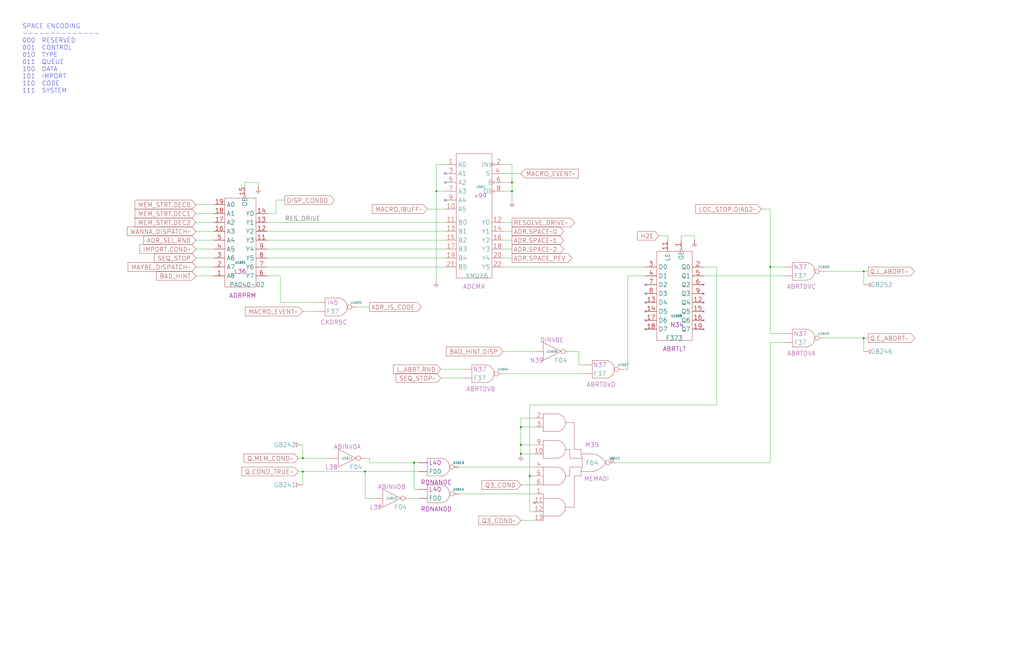
<source format=kicad_sch>
(kicad_sch (version 20230121) (generator eeschema)
  (paper "User" 584.2 378.46)
  (title_block (title "ADDRESS LOGIC CONTROL") (date "22-MAY-90") (rev "1.0") (comment 1 "SEQUENCER") (comment 2 "232-003064") (comment 3 "S400") (comment 4 "RELEASED"))
  (lib_symbols
    (symbol "r1000:F00" (pin_numbers hide) (pin_names hide)
      (property "Reference" "U" (at 15.24 0 0))
      (property "Value" "F00" (at 1.905 -5.08 0))
      (property "Location" "___" (at 1.905 0 0))
      (property "Name" "______" (at 2.54 -12.7 0))
      (symbol "F00_0_1"
        (polyline (pts (xy -2.54 -7.62) (xy 5.08 -7.62)) (stroke (width 0.1524)))
        (polyline (pts (xy -2.54 2.54) (xy -2.54 -7.62)) (stroke (width 0.1524)))
        (polyline (pts (xy -2.54 2.54) (xy 5.08 2.54)) (stroke (width 0.1524)))
        (arc (start 5.08 -7.62) (mid 10.1282 -2.54) (end 5.08 2.54) (stroke (width 0.1524)))
        (circle (center 11.43 -2.54) (radius 1.27) (stroke (width 0.1524)))
      )
      (symbol "F00_0_2"
        (circle (center -3.81 -5.08) (radius 1.27) (stroke (width 0.1524)))
        (circle (center -3.81 0) (radius 1.27) (stroke (width 0.1524)))
        (arc (start -3.175 -7.62) (mid -2.134 -2.54) (end -3.175 2.54) (stroke (width 0.1524)))
        (polyline (pts (xy -3.175 -7.62) (xy 3.81 -7.62)) (stroke (width 0.1524)))
        (polyline (pts (xy -3.175 2.54) (xy 3.81 2.54)) (stroke (width 0.1524)))
        (arc (start 3.81 -7.62) (mid 7.5855 -5.8306) (end 10.16 -2.54) (stroke (width 0.1524)))
        (arc (start 10.16 -2.54) (mid 7.5827 0.7471) (end 3.81 2.54) (stroke (width 0.1524)))
      )
      (symbol "F00_1_1"
        (pin input line (at -7.62 0 0) (length 5.08) (name "D0") (number "1"))
        (pin input line (at -7.62 -5.08 0) (length 5.08) (name "D1") (number "2"))
        (pin output line (at 15.24 -2.54 180) (length 2.54) (name "Q") (number "3"))
      )
      (symbol "F00_1_2"
        (pin input line (at -7.62 0 0) (length 2.54) (name "D0") (number "1"))
        (pin input line (at -7.62 -5.08 0) (length 2.54) (name "D1") (number "2"))
        (pin output line (at 15.24 -2.54 180) (length 5.08) (name "Q") (number "3"))
      )
    )
    (symbol "r1000:F04" (pin_numbers hide) (pin_names hide)
      (property "Reference" "U" (at 0 0 0))
      (property "Value" "F04" (at 1.27 -5.08 0))
      (property "Location" "___" (at -12.7 -5.08 0))
      (property "Name" "______" (at 0 5.08 0))
      (symbol "F04_0_1"
        (polyline (pts (xy -7.62 0) (xy -5.08 0)) (stroke (width 0.1524)))
        (polyline (pts (xy -5.08 5.08) (xy -5.08 -5.08)) (stroke (width 0.1524)))
        (polyline (pts (xy 5.08 0) (xy -5.08 -5.08)) (stroke (width 0.1524)))
        (polyline (pts (xy 5.08 0) (xy -5.08 5.08)) (stroke (width 0.1524)))
        (circle (center 6.35 0) (radius 1.27) (stroke (width 0.1524)))
      )
      (symbol "F04_1_1"
        (pin input line (at -10.16 0 0) (length 2.54) (name "D0") (number "1"))
        (pin output line (at 10.16 0 180) (length 2.54) (name "Q") (number "2"))
      )
    )
    (symbol "r1000:F37" (pin_numbers hide) (pin_names (offset 0) hide)
      (property "Reference" "U" (at 15.24 0 0))
      (property "Value" "F37" (at 1.905 -5.08 0))
      (property "Location" "___" (at 1.905 0 0))
      (property "Name" "______" (at 2.54 -12.7 0))
      (symbol "F37_0_1"
        (polyline (pts (xy -2.54 -7.62) (xy 5.08 -7.62)) (stroke (width 0.1524)))
        (polyline (pts (xy -2.54 2.54) (xy -2.54 -7.62)) (stroke (width 0.1524)))
        (polyline (pts (xy -2.54 2.54) (xy 5.08 2.54)) (stroke (width 0.1524)))
        (arc (start 5.08 -7.62) (mid 10.1282 -2.54) (end 5.08 2.54) (stroke (width 0.1524)))
        (circle (center 11.43 -2.54) (radius 1.27) (stroke (width 0.1524)))
      )
      (symbol "F37_0_2"
        (circle (center -3.81 -5.08) (radius 1.27) (stroke (width 0.1524)))
        (circle (center -3.81 0) (radius 1.27) (stroke (width 0.1524)))
        (arc (start -3.175 -7.62) (mid -2.134 -2.54) (end -3.175 2.54) (stroke (width 0.1524)))
        (polyline (pts (xy -3.175 -7.62) (xy 3.81 -7.62)) (stroke (width 0.1524)))
        (polyline (pts (xy -3.175 2.54) (xy 3.81 2.54)) (stroke (width 0.1524)))
        (arc (start 3.81 -7.62) (mid 7.5855 -5.8306) (end 10.16 -2.54) (stroke (width 0.1524)))
        (arc (start 10.16 -2.54) (mid 7.5827 0.7471) (end 3.81 2.54) (stroke (width 0.1524)))
      )
      (symbol "F37_1_1"
        (pin input line (at -7.62 0 0) (length 5.08) (name "D0") (number "1"))
        (pin input line (at -7.62 -5.08 0) (length 5.08) (name "D1") (number "2"))
        (pin output line (at 15.24 -2.54 180) (length 2.54) (name "Q") (number "3"))
      )
      (symbol "F37_1_2"
        (pin input line (at -7.62 0 0) (length 2.54) (name "D0") (number "1"))
        (pin input line (at -7.62 -5.08 0) (length 2.54) (name "D1") (number "2"))
        (pin output line (at 15.24 -2.54 180) (length 5.08) (name "Q") (number "3"))
      )
    )
    (symbol "r1000:F373" (pin_names (offset 1.016))
      (property "Reference" "U" (at 2.54 5.08 0))
      (property "Value" "F373" (at -3.81 -7.62 0))
      (property "Location" "___" (at -1.27 0 0))
      (property "Name" "______" (at 1.27 -15.24 0))
      (symbol "F373_1_1"
        (rectangle (start -8.89 41.91) (end 11.43 -8.89))
        (circle (center 5.08 42.545) (radius 0.635))
        (pin input line (at 5.08 48.26 270) (length 5.08) (name "OE") (number "1"))
        (pin input line (at -2.54 48.26 270) (length 6.35) (name "LE") (number "11"))
        (pin tri_state line (at 17.78 12.7 180) (length 6.35) (name "Q4") (number "12"))
        (pin input line (at -15.24 12.7 0) (length 6.35) (name "D4") (number "13"))
        (pin input line (at -15.24 7.62 0) (length 6.35) (name "D5") (number "14"))
        (pin tri_state line (at 17.78 7.62 180) (length 6.35) (name "Q5") (number "15"))
        (pin tri_state line (at 17.78 2.54 180) (length 6.35) (name "Q6") (number "16"))
        (pin input line (at -15.24 2.54 0) (length 6.35) (name "D6") (number "17"))
        (pin input line (at -15.24 -2.54 0) (length 6.35) (name "D7") (number "18"))
        (pin tri_state line (at 17.78 -2.54 180) (length 6.35) (name "Q7") (number "19"))
        (pin tri_state line (at 17.78 33.02 180) (length 6.35) (name "Q0") (number "2"))
        (pin input line (at -15.24 33.02 0) (length 6.35) (name "D0") (number "3"))
        (pin input line (at -15.24 27.94 0) (length 6.35) (name "D1") (number "4"))
        (pin tri_state line (at 17.78 27.94 180) (length 6.35) (name "Q1") (number "5"))
        (pin tri_state line (at 17.78 22.86 180) (length 6.35) (name "Q2") (number "6"))
        (pin input line (at -15.24 22.86 0) (length 6.35) (name "D2") (number "7"))
        (pin input line (at -15.24 17.78 0) (length 6.35) (name "D3") (number "8"))
        (pin tri_state line (at 17.78 17.78 180) (length 6.35) (name "Q3") (number "9"))
      )
    )
    (symbol "r1000:F64" (pin_names hide)
      (property "Reference" "U" (at 15.24 2.54 0))
      (property "Value" "F64" (at 2.54 0 0))
      (property "Location" "___" (at 2.54 10.16 0))
      (property "Name" "______" (at 5.08 -10.62 0))
      (symbol "F64_0_0"
        (arc (start -17.78 -30.48) (mid -14.1879 -28.9921) (end -12.7 -25.4) (stroke (width 0.1524)))
        (arc (start -17.78 -12.7) (mid -14.1879 -11.2121) (end -12.7 -7.62) (stroke (width 0.1524)))
        (arc (start -17.78 2.54) (mid -14.1879 4.0279) (end -12.7 7.62) (stroke (width 0.1524)))
        (arc (start -17.78 17.78) (mid -14.1879 19.2679) (end -12.7 22.86) (stroke (width 0.1524)))
        (arc (start -12.7 -25.4) (mid -14.1879 -21.8079) (end -17.78 -20.32) (stroke (width 0.1524)))
        (arc (start -12.7 -7.62) (mid -14.1879 -4.0279) (end -17.78 -2.54) (stroke (width 0.1524)))
        (arc (start -12.7 7.62) (mid -14.1879 11.2121) (end -17.78 12.7) (stroke (width 0.1524)))
        (arc (start -12.7 22.86) (mid -14.1879 26.4521) (end -17.78 27.94) (stroke (width 0.1524)))
        (arc (start -3.8173 -5.08) (mid -2.9926 0) (end -3.8173 5.08) (stroke (width 0.1524)))
        (polyline (pts (xy -25.4 -30.48) (xy -17.78 -30.48)) (stroke (width 0.1524)))
        (polyline (pts (xy -25.4 -20.32) (xy -17.78 -20.32)) (stroke (width 0.1524)))
        (polyline (pts (xy -25.4 -12.7) (xy -17.78 -12.7)) (stroke (width 0.1524)))
        (polyline (pts (xy -25.4 -2.54) (xy -17.78 -2.54)) (stroke (width 0.1524)))
        (polyline (pts (xy -25.4 2.54) (xy -17.78 2.54)) (stroke (width 0.1524)))
        (polyline (pts (xy -25.4 12.7) (xy -17.78 12.7)) (stroke (width 0.1524)))
        (polyline (pts (xy -25.4 17.78) (xy -17.78 17.78)) (stroke (width 0.1524)))
        (polyline (pts (xy -25.4 27.94) (xy -17.78 27.94)) (stroke (width 0.1524)))
        (polyline (pts (xy -3.81 -5.08) (xy 2.54 -5.08)) (stroke (width 0.1524)))
        (polyline (pts (xy -3.81 5.08) (xy 2.54 5.08)) (stroke (width 0.1524)))
        (arc (start 2.54 -5.08) (mid 6.9504 -3.4405) (end 10.16 0) (stroke (width 0.1524)))
        (arc (start 10.16 0) (mid 6.9516 3.4424) (end 2.54 5.08) (stroke (width 0.1524)))
        (circle (center 11.43 0) (radius 1.27) (stroke (width 0.1524)))
      )
      (symbol "F64_0_1"
        (polyline (pts (xy -25.4 -33.02) (xy -25.4 -30.48)) (stroke (width 0.1524)))
        (polyline (pts (xy -25.4 -20.32) (xy -25.4 -30.48)) (stroke (width 0.1524)))
        (polyline (pts (xy -25.4 -17.78) (xy -25.4 -20.32)) (stroke (width 0.1524)))
        (polyline (pts (xy -25.4 -2.54) (xy -25.4 -12.7)) (stroke (width 0.1524)))
        (polyline (pts (xy -25.4 12.7) (xy -25.4 2.54)) (stroke (width 0.1524)))
        (polyline (pts (xy -25.4 27.94) (xy -25.4 17.78)) (stroke (width 0.1524)))
        (polyline (pts (xy -12.7 -7.62) (xy -12.7 -7.62)) (stroke (width 0.1524)))
        (polyline (pts (xy -5.08 -2.54) (xy -3.175 -2.54)) (stroke (width 0.1524)))
        (polyline (pts (xy -5.08 2.54) (xy -3.175 2.54)) (stroke (width 0.1524)))
        (polyline (pts (xy -12.7 -7.62) (xy -10.16 -7.62) (xy -10.16 -2.54) (xy -5.08 -2.54)) (stroke (width 0.1524)))
        (polyline (pts (xy -12.7 7.62) (xy -10.16 7.62) (xy -10.16 2.54) (xy -5.08 2.54)) (stroke (width 0.1524)))
        (polyline (pts (xy -3.81 -5.08) (xy -3.81 -7.62) (xy -7.62 -7.62) (xy -7.62 -25.4) (xy -12.7 -25.4)) (stroke (width 0.1524)))
        (polyline (pts (xy -3.81 5.08) (xy -3.81 7.62) (xy -7.62 7.62) (xy -7.62 22.86) (xy -12.7 22.86)) (stroke (width 0.1524)))
      )
      (symbol "F64_1_1"
        (pin input line (at -30.48 -17.78 0) (length 5.08) (name "D0") (number "1"))
        (pin input line (at -30.48 5.08 0) (length 5.08) (name "B1") (number "10"))
        (pin input line (at -30.48 -22.86 0) (length 5.08) (name "D1") (number "11"))
        (pin input line (at -30.48 -27.94 0) (length 5.08) (name "D2") (number "12"))
        (pin input line (at -30.48 -33.02 0) (length 5.08) (name "D3") (number "13"))
        (pin input line (at -30.48 25.4 0) (length 5.08) (name "A0") (number "2"))
        (pin input line (at -30.48 20.32 0) (length 5.08) (name "A1") (number "3"))
        (pin input line (at -30.48 -2.54 0) (length 5.08) (name "C0") (number "4"))
        (pin input line (at -30.48 -7.62 0) (length 5.08) (name "C1") (number "5"))
        (pin input line (at -30.48 -12.7 0) (length 5.08) (name "C2") (number "6"))
        (pin output line (at 15.24 0 180) (length 2.54) (name "Q") (number "8"))
        (pin input line (at -30.48 10.16 0) (length 5.08) (name "B0") (number "9"))
      )
    )
    (symbol "r1000:GB" (pin_numbers hide) (pin_names (offset 0) hide)
      (property "Reference" "GB" (at 3.81 0 0))
      (symbol "GB_0_1"
        (polyline (pts (xy 2.54 0) (xy 3.81 1.27) (xy 3.81 -1.27) (xy 2.54 0)) (stroke (width 0.1524)))
      )
      (symbol "GB_1_1"
        (pin bidirectional line (at 0 0 0) (length 2.54) (name "") (number "1"))
      )
    )
    (symbol "r1000:PAxxx" (pin_names (offset 1.016))
      (property "Reference" "U" (at 2.54 5.08 0))
      (property "Value" "PAxxx" (at -3.81 -7.62 0))
      (property "Location" "___" (at -1.27 0 0))
      (property "Name" "______" (at 3.81 -15.24 0))
      (symbol "PAxxx_1_1"
        (rectangle (start -6.35 41.91) (end 11.43 -8.89))
        (circle (center 5.08 42.545) (radius 0.635))
        (pin input line (at -12.7 -2.54 0) (length 6.35) (name "A8") (number "1"))
        (pin tri_state line (at 17.78 17.78 180) (length 6.35) (name "Y3") (number "11"))
        (pin tri_state line (at 17.78 22.86 180) (length 6.35) (name "Y2") (number "12"))
        (pin tri_state line (at 17.78 27.94 180) (length 6.35) (name "Y1") (number "13"))
        (pin tri_state line (at 17.78 33.02 180) (length 6.35) (name "Y0") (number "14"))
        (pin input line (at 5.08 48.26 270) (length 5.08) (name "OE") (number "15"))
        (pin input line (at -12.7 22.86 0) (length 6.35) (name "A3") (number "16"))
        (pin input line (at -12.7 27.94 0) (length 6.35) (name "A2") (number "17"))
        (pin input line (at -12.7 33.02 0) (length 6.35) (name "A1") (number "18"))
        (pin input line (at -12.7 38.1 0) (length 6.35) (name "A0") (number "19"))
        (pin input line (at -12.7 2.54 0) (length 6.35) (name "A7") (number "2"))
        (pin input line (at -12.7 7.62 0) (length 6.35) (name "A6") (number "3"))
        (pin input line (at -12.7 12.7 0) (length 6.35) (name "A5") (number "4"))
        (pin input line (at -12.7 17.78 0) (length 6.35) (name "A4") (number "5"))
        (pin tri_state line (at 17.78 -2.54 180) (length 6.35) (name "Y7") (number "6"))
        (pin tri_state line (at 17.78 2.54 180) (length 6.35) (name "Y6") (number "7"))
        (pin tri_state line (at 17.78 7.62 180) (length 6.35) (name "Y5") (number "8"))
        (pin tri_state line (at 17.78 12.7 180) (length 6.35) (name "Y4") (number "9"))
      )
    )
    (symbol "r1000:PD" (power) (pin_numbers hide) (pin_names hide) (in_bom no)
      (symbol "PD_0_1"
        (polyline (pts (xy 0 -2.54) (xy 1.27 -2.54) (xy 0 -3.81) (xy -1.27 -2.54) (xy 0 -2.54)) (stroke (width 0.1524)))
      )
      (symbol "PD_1_1"
        (pin power_in line (at 0 0 270) (length 2.54) (name "PD") (number "1"))
      )
    )
    (symbol "r1000:XMUX6" (pin_names (offset 1.016))
      (property "Reference" "U" (at 2.54 5.08 0))
      (property "Value" "XMUX6" (at -6.35 -45.72 0))
      (property "Location" "___" (at -1.27 0 0))
      (property "Name" "______" (at -1.27 -53.34 0))
      (symbol "XMUX6_1_1"
        (rectangle (start -11.43 24.13) (end 8.89 -46.99))
        (circle (center 9.525 2.54) (radius 0.635))
        (circle (center 9.525 7.62) (radius 0.635))
        (circle (center 9.525 17.78) (radius 0.635))
        (pin input line (at -17.78 17.78 0) (length 6.35) (name "A0") (number "1"))
        (pin input line (at -17.78 -7.62 0) (length 6.35) (name "A5") (number "10"))
        (pin input line (at -17.78 -15.24 0) (length 6.35) (name "B0") (number "11"))
        (pin tri_state line (at 15.24 -15.24 180) (length 6.35) (name "Y0") (number "12"))
        (pin input line (at -17.78 -20.32 0) (length 6.35) (name "B1") (number "13"))
        (pin tri_state line (at 15.24 -20.32 180) (length 6.35) (name "Y1") (number "14"))
        (pin input line (at -17.78 -25.4 0) (length 6.35) (name "B2") (number "15"))
        (pin tri_state line (at 15.24 -25.4 180) (length 6.35) (name "Y2") (number "16"))
        (pin input line (at -17.78 -30.48 0) (length 6.35) (name "B3") (number "17"))
        (pin tri_state line (at 15.24 -30.48 180) (length 6.35) (name "Y3") (number "18"))
        (pin input line (at -17.78 -35.56 0) (length 6.35) (name "B4") (number "19"))
        (pin input line (at 15.24 17.78 180) (length 5.08) (name "INV") (number "2"))
        (pin tri_state line (at 15.24 -35.56 180) (length 6.35) (name "Y4") (number "20"))
        (pin input line (at -17.78 -40.64 0) (length 6.35) (name "B5") (number "21"))
        (pin tri_state line (at 15.24 -40.64 180) (length 6.35) (name "Y5") (number "22"))
        (pin input line (at -17.78 12.7 0) (length 6.35) (name "A1") (number "3"))
        (pin input line (at 15.24 12.7 180) (length 6.35) (name "S") (number "4"))
        (pin input line (at -17.78 7.62 0) (length 6.35) (name "A2") (number "5"))
        (pin input line (at 15.24 7.62 180) (length 5.08) (name "E") (number "6"))
        (pin input line (at -17.78 2.54 0) (length 6.35) (name "A3") (number "7"))
        (pin input line (at 15.24 2.54 180) (length 5.08) (name "OE") (number "8"))
        (pin input line (at -17.78 -2.54 0) (length 6.35) (name "A4") (number "9"))
      )
    )
  )
  (junction (at 297.18 254))
  (junction (at 172.72 261.62))
  (junction (at 208.28 269.24))
  (junction (at 248.92 109.22))
  (junction (at 297.18 243.84))
  (junction (at 172.72 269.24))
  (junction (at 236.22 264.16))
  (junction (at 292.1 109.22))
  (junction (at 439.42 152.4))
  (junction (at 302.26 271.78))
  (junction (at 492.76 154.94))
  (junction (at 297.18 259.08))
  (junction (at 292.1 104.14))
  (junction (at 492.76 193.04))
  (no_connect (at 254 99.06))
  (no_connect (at 401.32 167.64))
  (no_connect (at 368.3 172.72))
  (no_connect (at 254 114.3))
  (no_connect (at 254 104.14))
  (no_connect (at 368.3 167.64))
  (no_connect (at 401.32 182.88))
  (no_connect (at 368.3 177.8))
  (no_connect (at 401.32 187.96))
  (no_connect (at 401.32 177.8))
  (no_connect (at 368.3 187.96))
  (no_connect (at 401.32 162.56))
  (no_connect (at 304.8 287.02))
  (no_connect (at 401.32 172.72))
  (no_connect (at 368.3 162.56))
  (no_connect (at 368.3 182.88))
  (wire (pts (xy 152.4 142.24) (xy 254 142.24)))
  (wire (pts (xy 208.28 269.24) (xy 238.76 269.24)))
  (wire (pts (xy 261.62 281.94) (xy 304.8 281.94)))
  (wire (pts (xy 292.1 93.98) (xy 287.02 93.98)))
  (wire (pts (xy 287.02 200.66) (xy 304.8 200.66)))
  (wire (pts (xy 210.82 261.62) (xy 210.82 264.16)))
  (wire (pts (xy 302.26 231.14) (xy 302.26 271.78)))
  (wire (pts (xy 292.1 109.22) (xy 292.1 104.14)))
  (wire (pts (xy 147.32 104.14) (xy 139.7 104.14)))
  (wire (pts (xy 439.42 152.4) (xy 447.04 152.4)))
  (wire (pts (xy 358.14 157.48) (xy 368.3 157.48)))
  (wire (pts (xy 287.02 137.16) (xy 292.1 137.16)))
  (wire (pts (xy 152.4 137.16) (xy 254 137.16)))
  (wire (pts (xy 401.32 152.4) (xy 408.94 152.4)))
  (wire (pts (xy 170.18 261.62) (xy 172.72 261.62)))
  (wire (pts (xy 439.42 190.5) (xy 439.42 152.4)))
  (wire (pts (xy 160.02 157.48) (xy 160.02 172.72)))
  (wire (pts (xy 381 134.62) (xy 381 137.16)))
  (wire (pts (xy 152.4 152.4) (xy 254 152.4)))
  (wire (pts (xy 355.6 210.82) (xy 358.14 210.82)))
  (wire (pts (xy 396.24 134.62) (xy 396.24 137.16)))
  (wire (pts (xy 170.18 269.24) (xy 172.72 269.24)))
  (wire (pts (xy 111.76 142.24) (xy 121.92 142.24)))
  (wire (pts (xy 152.4 157.48) (xy 160.02 157.48)))
  (wire (pts (xy 287.02 109.22) (xy 292.1 109.22)))
  (wire (pts (xy 233.68 284.48) (xy 238.76 284.48)))
  (wire (pts (xy 325.12 200.66) (xy 330.2 200.66)))
  (wire (pts (xy 358.14 210.82) (xy 358.14 157.48)))
  (wire (pts (xy 111.76 121.92) (xy 121.92 121.92)))
  (wire (pts (xy 408.94 152.4) (xy 408.94 231.14)))
  (wire (pts (xy 287.02 213.36) (xy 332.74 213.36)))
  (wire (pts (xy 492.76 154.94) (xy 492.76 162.56)))
  (wire (pts (xy 152.4 127) (xy 254 127)))
  (wire (pts (xy 111.76 132.08) (xy 121.92 132.08)))
  (wire (pts (xy 152.4 147.32) (xy 254 147.32)))
  (wire (pts (xy 248.92 93.98) (xy 254 93.98)))
  (wire (pts (xy 208.28 261.62) (xy 210.82 261.62)))
  (wire (pts (xy 139.7 104.14) (xy 139.7 106.68)))
  (wire (pts (xy 297.18 276.86) (xy 304.8 276.86)))
  (wire (pts (xy 375.92 134.62) (xy 381 134.62)))
  (wire (pts (xy 492.76 154.94) (xy 495.3 154.94)))
  (wire (pts (xy 287.02 132.08) (xy 292.1 132.08)))
  (wire (pts (xy 157.48 121.92) (xy 157.48 114.3)))
  (wire (pts (xy 388.62 134.62) (xy 388.62 137.16)))
  (wire (pts (xy 210.82 264.16) (xy 236.22 264.16)))
  (wire (pts (xy 172.72 177.8) (xy 180.34 177.8)))
  (wire (pts (xy 248.92 160.02) (xy 248.92 109.22)))
  (wire (pts (xy 297.18 238.76) (xy 297.18 243.84)))
  (wire (pts (xy 111.76 116.84) (xy 121.92 116.84)))
  (wire (pts (xy 172.72 254) (xy 172.72 261.62)))
  (wire (pts (xy 236.22 264.16) (xy 238.76 264.16)))
  (wire (pts (xy 287.02 152.4) (xy 368.3 152.4)))
  (wire (pts (xy 434.34 119.38) (xy 439.42 119.38)))
  (wire (pts (xy 287.02 142.24) (xy 292.1 142.24)))
  (wire (pts (xy 248.92 109.22) (xy 254 109.22)))
  (wire (pts (xy 243.84 119.38) (xy 254 119.38)))
  (wire (pts (xy 396.24 134.62) (xy 388.62 134.62)))
  (wire (pts (xy 248.92 93.98) (xy 248.92 109.22)))
  (wire (pts (xy 111.76 152.4) (xy 121.92 152.4)))
  (wire (pts (xy 287.02 104.14) (xy 292.1 104.14)))
  (wire (pts (xy 447.04 190.5) (xy 439.42 190.5)))
  (wire (pts (xy 203.2 175.26) (xy 210.82 175.26)))
  (wire (pts (xy 297.18 254) (xy 297.18 259.08)))
  (wire (pts (xy 287.02 127) (xy 292.1 127)))
  (wire (pts (xy 302.26 292.1) (xy 304.8 292.1)))
  (wire (pts (xy 297.18 297.18) (xy 304.8 297.18)))
  (wire (pts (xy 152.4 121.92) (xy 157.48 121.92)))
  (wire (pts (xy 492.76 193.04) (xy 492.76 200.66)))
  (wire (pts (xy 157.48 114.3) (xy 162.56 114.3)))
  (wire (pts (xy 408.94 231.14) (xy 302.26 231.14)))
  (wire (pts (xy 172.72 269.24) (xy 208.28 269.24)))
  (wire (pts (xy 302.26 271.78) (xy 304.8 271.78)))
  (wire (pts (xy 350.52 264.16) (xy 439.42 264.16)))
  (wire (pts (xy 160.02 172.72) (xy 180.34 172.72)))
  (wire (pts (xy 172.72 269.24) (xy 172.72 276.86)))
  (wire (pts (xy 492.76 193.04) (xy 495.3 193.04)))
  (wire (pts (xy 469.9 154.94) (xy 492.76 154.94)))
  (wire (pts (xy 439.42 195.58) (xy 447.04 195.58)))
  (wire (pts (xy 251.46 210.82) (xy 264.16 210.82)))
  (wire (pts (xy 111.76 157.48) (xy 121.92 157.48)))
  (wire (pts (xy 304.8 238.76) (xy 297.18 238.76)))
  (wire (pts (xy 236.22 279.4) (xy 236.22 264.16)))
  (wire (pts (xy 330.2 200.66) (xy 330.2 208.28)))
  (wire (pts (xy 152.4 132.08) (xy 254 132.08)))
  (wire (pts (xy 111.76 127) (xy 121.92 127)))
  (wire (pts (xy 469.9 193.04) (xy 492.76 193.04)))
  (wire (pts (xy 208.28 284.48) (xy 213.36 284.48)))
  (wire (pts (xy 292.1 114.3) (xy 292.1 109.22)))
  (wire (pts (xy 238.76 279.4) (xy 236.22 279.4)))
  (wire (pts (xy 261.62 266.7) (xy 304.8 266.7)))
  (wire (pts (xy 292.1 104.14) (xy 292.1 93.98)))
  (wire (pts (xy 147.32 104.14) (xy 147.32 106.68)))
  (wire (pts (xy 439.42 264.16) (xy 439.42 195.58)))
  (wire (pts (xy 297.18 243.84) (xy 297.18 254)))
  (wire (pts (xy 111.76 137.16) (xy 121.92 137.16)))
  (wire (pts (xy 172.72 261.62) (xy 187.96 261.62)))
  (wire (pts (xy 297.18 254) (xy 304.8 254)))
  (wire (pts (xy 287.02 147.32) (xy 292.1 147.32)))
  (wire (pts (xy 401.32 157.48) (xy 447.04 157.48)))
  (wire (pts (xy 302.26 271.78) (xy 302.26 292.1)))
  (wire (pts (xy 297.18 243.84) (xy 304.8 243.84)))
  (wire (pts (xy 208.28 269.24) (xy 208.28 284.48)))
  (wire (pts (xy 297.18 259.08) (xy 304.8 259.08)))
  (wire (pts (xy 330.2 208.28) (xy 332.74 208.28)))
  (wire (pts (xy 439.42 119.38) (xy 439.42 152.4)))
  (wire (pts (xy 287.02 99.06) (xy 297.18 99.06)))
  (wire (pts (xy 111.76 147.32) (xy 121.92 147.32)))
  (wire (pts (xy 251.46 215.9) (xy 264.16 215.9)))
  (text "SPACE ENCODING\n--------------\n000  RESERVED\n001  CONTROL\n010  TYPE\n011  QUEUE\n100  DATA\n101  IMPORT\n110  CODE\n111  SYSTEM" (at 12.7 53.34 0) (effects (font (size 2.54 2.54)) (justify left bottom)))
  (label "RES_DRIVE" (at 162.56 127 0) (effects (font (size 2.54 2.54))))
  (global_label "SEQ_STOP" (shape input) (at 111.76 147.32 180) (effects (font (size 2.54 2.54))) (property "Intersheetrefs" "${INTERSHEET_REFS}" (at 88.0654 147.1613 0) (effects (font (size 1.905 1.905)) (justify right))))
  (global_label "H2E" (shape input) (at 375.92 134.62 180) (effects (font (size 2.54 2.54))) (property "Intersheetrefs" "${INTERSHEET_REFS}" (at 363.7159 134.4613 0) (effects (font (size 1.905 1.905)) (justify right))))
  (global_label "MAYBE_DISPATCH~" (shape input) (at 111.76 152.4 180) (effects (font (size 2.54 2.54))) (property "Intersheetrefs" "${INTERSHEET_REFS}" (at 73.0673 152.2413 0) (effects (font (size 1.905 1.905)) (justify right))))
  (global_label "Q3_COND" (shape input) (at 297.18 276.86 180) (effects (font (size 2.54 2.54))) (property "Intersheetrefs" "${INTERSHEET_REFS}" (at 274.9369 276.7013 0) (effects (font (size 1.905 1.905)) (justify right))))
  (global_label "MEM_STRT.DEC1" (shape input) (at 111.76 121.92 180) (effects (font (size 2.54 2.54))) (property "Intersheetrefs" "${INTERSHEET_REFS}" (at 77.0588 121.7613 0) (effects (font (size 1.905 1.905)) (justify right))))
  (global_label "BAD_HINT" (shape input) (at 111.76 157.48 180) (effects (font (size 2.54 2.54))) (property "Intersheetrefs" "${INTERSHEET_REFS}" (at 89.275 157.3213 0) (effects (font (size 1.905 1.905)) (justify right))))
  (global_label "Q3_COND~" (shape input) (at 297.18 297.18 180) (effects (font (size 2.54 2.54))) (property "Intersheetrefs" "${INTERSHEET_REFS}" (at 273.1226 297.0213 0) (effects (font (size 1.905 1.905)) (justify right))))
  (global_label "MEM_STRT.DEC0" (shape input) (at 111.76 116.84 180) (effects (font (size 2.54 2.54))) (property "Intersheetrefs" "${INTERSHEET_REFS}" (at 77.0588 116.6813 0) (effects (font (size 1.905 1.905)) (justify right))))
  (global_label "BAD_HINT.DISP" (shape input) (at 287.02 200.66 180) (effects (font (size 2.54 2.54))) (property "Intersheetrefs" "${INTERSHEET_REFS}" (at 254.6169 200.5013 0) (effects (font (size 1.905 1.905)) (justify right))))
  (global_label "MACRO.IBUFF~" (shape input) (at 243.84 119.38 180) (effects (font (size 2.54 2.54))) (property "Intersheetrefs" "${INTERSHEET_REFS}" (at 212.4045 119.2213 0) (effects (font (size 1.905 1.905)) (justify right))))
  (global_label "DISP_COND0" (shape output) (at 162.56 114.3 0) (effects (font (size 2.54 2.54))) (property "Intersheetrefs" "${INTERSHEET_REFS}" (at 190.8508 114.1413 0) (effects (font (size 1.905 1.905)) (justify left))))
  (global_label "SEQ_STOP~" (shape input) (at 251.46 215.9 180) (effects (font (size 2.54 2.54))) (property "Intersheetrefs" "${INTERSHEET_REFS}" (at 225.9511 215.7413 0) (effects (font (size 1.905 1.905)) (justify right))))
  (global_label "Q.E_ABORT~" (shape output) (at 495.3 193.04 0) (effects (font (size 2.54 2.54))) (property "Intersheetrefs" "${INTERSHEET_REFS}" (at 521.8974 192.8813 0) (effects (font (size 1.905 1.905)) (justify left))))
  (global_label "Q.L_ABORT~" (shape output) (at 495.3 154.94 0) (effects (font (size 2.54 2.54))) (property "Intersheetrefs" "${INTERSHEET_REFS}" (at 521.6555 154.7813 0) (effects (font (size 1.905 1.905)) (justify left))))
  (global_label "IMPORT.COND~" (shape input) (at 111.76 142.24 180) (effects (font (size 2.54 2.54))) (property "Intersheetrefs" "${INTERSHEET_REFS}" (at 79.7197 142.0813 0) (effects (font (size 1.905 1.905)) (justify right))))
  (global_label "MEM_STRT.DEC2" (shape input) (at 111.76 127 180) (effects (font (size 2.54 2.54))) (property "Intersheetrefs" "${INTERSHEET_REFS}" (at 77.0588 126.8413 0) (effects (font (size 1.905 1.905)) (justify right))))
  (global_label "ADR.SPACE_PEV" (shape output) (at 292.1 147.32 0) (effects (font (size 2.54 2.54))) (property "Intersheetrefs" "${INTERSHEET_REFS}" (at 326.3174 147.1613 0) (effects (font (size 1.905 1.905)) (justify left))))
  (global_label "Q.MEM_COND~" (shape input) (at 170.18 261.62 180) (effects (font (size 2.54 2.54))) (property "Intersheetrefs" "${INTERSHEET_REFS}" (at 139.2283 261.4613 0) (effects (font (size 1.905 1.905)) (justify right))))
  (global_label "MACRO_EVENT~" (shape input) (at 172.72 177.8 180) (effects (font (size 2.54 2.54))) (property "Intersheetrefs" "${INTERSHEET_REFS}" (at 139.954 177.6413 0) (effects (font (size 1.905 1.905)) (justify right))))
  (global_label "L_ABRT.RND" (shape input) (at 251.46 210.82 180) (effects (font (size 2.54 2.54))) (property "Intersheetrefs" "${INTERSHEET_REFS}" (at 224.4997 210.6613 0) (effects (font (size 1.905 1.905)) (justify right))))
  (global_label "ADR.SPACE~2" (shape output) (at 292.1 142.24 0) (effects (font (size 2.54 2.54))) (property "Intersheetrefs" "${INTERSHEET_REFS}" (at 321.6003 142.0813 0) (effects (font (size 1.905 1.905)) (justify left))))
  (global_label "Q.COND_TRUE~" (shape input) (at 170.18 269.24 180) (effects (font (size 2.54 2.54))) (property "Intersheetrefs" "${INTERSHEET_REFS}" (at 137.8978 269.0813 0) (effects (font (size 1.905 1.905)) (justify right))))
  (global_label "ADR.SPACE~1" (shape output) (at 292.1 137.16 0) (effects (font (size 2.54 2.54))) (property "Intersheetrefs" "${INTERSHEET_REFS}" (at 321.6003 137.0013 0) (effects (font (size 1.905 1.905)) (justify left))))
  (global_label "ADR_SEL.RND" (shape input) (at 111.76 137.16 180) (effects (font (size 2.54 2.54))) (property "Intersheetrefs" "${INTERSHEET_REFS}" (at 82.0178 137.0013 0) (effects (font (size 1.905 1.905)) (justify right))))
  (global_label "LOC_STOP.DIAG2~" (shape input) (at 434.34 119.38 180) (effects (font (size 2.54 2.54))) (property "Intersheetrefs" "${INTERSHEET_REFS}" (at 396.8569 119.2213 0) (effects (font (size 1.905 1.905)) (justify right))))
  (global_label "WANNA_DISPATCH~" (shape input) (at 111.76 132.08 180) (effects (font (size 2.54 2.54))) (property "Intersheetrefs" "${INTERSHEET_REFS}" (at 72.5835 131.9213 0) (effects (font (size 1.905 1.905)) (justify right))))
  (global_label "ADR_IS_CODE" (shape output) (at 210.82 175.26 0) (effects (font (size 2.54 2.54))) (property "Intersheetrefs" "${INTERSHEET_REFS}" (at 240.4412 175.1013 0) (effects (font (size 1.905 1.905)) (justify left))))
  (global_label "MACRO_EVENT~" (shape input) (at 297.18 99.06 0) (effects (font (size 2.54 2.54))) (property "Intersheetrefs" "${INTERSHEET_REFS}" (at 329.946 98.9013 0) (effects (font (size 1.905 1.905)) (justify left))))
  (global_label "ADR.SPACE~0" (shape output) (at 292.1 132.08 0) (effects (font (size 2.54 2.54))) (property "Intersheetrefs" "${INTERSHEET_REFS}" (at 321.6003 131.9213 0) (effects (font (size 1.905 1.905)) (justify left))))
  (global_label "RESOLVE_DRIVE~" (shape output) (at 292.1 127 0) (effects (font (size 2.54 2.54))) (property "Intersheetrefs" "${INTERSHEET_REFS}" (at 327.8898 126.8413 0) (effects (font (size 1.905 1.905)) (justify left))))
  (symbol (lib_id "r1000:XMUX6") (at 271.78 111.76 0) (unit 1)
    (property "Reference" "U501" (at 274.32 106.68 0))
    (property "Value" "XMUX6" (at 265.43 157.48 0) (effects (font (size 2.54 2.54)) (justify left)))
    (property "Location" "x99" (at 270.51 111.76 0) (effects (font (size 2.54 2.54)) (justify left)))
    (property "Name" "ADCMX" (at 270.51 165.1 0) (effects (font (size 2.54 2.54)) (justify bottom)))
  )
  (symbol (lib_id "r1000:PD") (at 248.92 160.02 0) (unit 1) (in_bom no)
    (property "Reference" "#PWR0502" (effects hide))
    (property "Value" "PD" (effects hide))
  )
  (symbol (lib_id "r1000:GB") (at 492.76 200.66 0) (unit 1)
    (property "Reference" "GB246" (at 496.57 200.66 0) (effects (font (size 2.54 2.54)) (justify left)))
    (property "Value" "GB" (effects hide))
  )
  (symbol (lib_id "r1000:F04") (at 314.96 200.66 0) (unit 1)
    (property "Reference" "U1606" (at 314.96 200.66 0))
    (property "Value" "F04" (at 316.23 205.74 0) (effects (font (size 2.54 2.54)) (justify left)))
    (property "Location" "N39" (at 302.26 205.74 0) (effects (font (size 2.54 2.54)) (justify left)))
    (property "Name" "DINV0E" (at 314.96 195.58 0) (effects (font (size 2.54 2.54)) (justify bottom)))
  )
  (symbol (lib_id "r1000:F37") (at 271.78 210.82 0) (unit 1)
    (property "Reference" "U1604" (at 287.02 210.82 0))
    (property "Value" "F37" (at 273.685 215.9 0) (effects (font (size 2.54 2.54))))
    (property "Location" "N37" (at 273.685 210.82 0) (effects (font (size 2.54 2.54))))
    (property "Name" "ABRTDVB" (at 274.32 223.52 0) (effects (font (size 2.54 2.54)) (justify bottom)))
  )
  (symbol (lib_id "r1000:F37") (at 340.36 208.28 0) (unit 1)
    (property "Reference" "U1607" (at 355.6 208.28 0))
    (property "Value" "F37" (at 342.265 213.36 0) (effects (font (size 2.54 2.54))))
    (property "Location" "N37" (at 342.265 208.28 0) (effects (font (size 2.54 2.54))))
    (property "Name" "ABRTDVD" (at 342.9 220.98 0) (effects (font (size 2.54 2.54)) (justify bottom)))
  )
  (symbol (lib_id "r1000:GB") (at 172.72 254 0) (mirror y) (unit 1)
    (property "Reference" "GB242" (at 168.91 254 0) (effects (font (size 2.54 2.54)) (justify left)))
    (property "Value" "GB" (effects hide))
  )
  (symbol (lib_id "r1000:PD") (at 396.24 137.16 0) (unit 1) (in_bom no)
    (property "Reference" "#PWR01607" (effects hide))
    (property "Value" "PD" (effects hide))
  )
  (symbol (lib_id "r1000:PD") (at 297.18 259.08 0) (unit 1) (in_bom no)
    (property "Reference" "#PWR01608" (effects hide))
    (property "Value" "PD" (effects hide))
  )
  (symbol (lib_id "r1000:F37") (at 187.96 172.72 0) (unit 1)
    (property "Reference" "U1605" (at 203.2 172.72 0))
    (property "Value" "F37" (at 189.865 177.8 0) (effects (font (size 2.54 2.54))))
    (property "Location" "I45" (at 189.865 172.72 0) (effects (font (size 2.54 2.54))))
    (property "Name" "CKDR5C" (at 190.5 185.42 0) (effects (font (size 2.54 2.54)) (justify bottom)))
  )
  (symbol (lib_id "r1000:F04") (at 198.12 261.62 0) (unit 1)
    (property "Reference" "U1611" (at 198.12 261.62 0))
    (property "Value" "F04" (at 199.39 266.7 0) (effects (font (size 2.54 2.54)) (justify left)))
    (property "Location" "L38" (at 185.42 266.7 0) (effects (font (size 2.54 2.54)) (justify left)))
    (property "Name" "ABINV0A" (at 198.12 256.54 0) (effects (font (size 2.54 2.54)) (justify bottom)))
  )
  (symbol (lib_id "r1000:F64") (at 335.28 264.16 0) (unit 1)
    (property "Reference" "U1615" (at 350.52 261.62 0))
    (property "Value" "F64" (at 337.82 264.16 0) (effects (font (size 2.54 2.54))))
    (property "Location" "M39" (at 337.82 254 0) (effects (font (size 2.54 2.54))))
    (property "Name" "MEMAOI" (at 340.36 274.78 0) (effects (font (size 2.54 2.54)) (justify bottom)))
  )
  (symbol (lib_id "r1000:F04") (at 223.52 284.48 0) (unit 1)
    (property "Reference" "U1612" (at 223.52 284.48 0))
    (property "Value" "F04" (at 224.79 289.56 0) (effects (font (size 2.54 2.54)) (justify left)))
    (property "Location" "L38" (at 210.82 289.56 0) (effects (font (size 2.54 2.54)) (justify left)))
    (property "Name" "ABINV0B" (at 223.52 279.4 0) (effects (font (size 2.54 2.54)) (justify bottom)))
  )
  (symbol (lib_id "r1000:GB") (at 492.76 162.56 0) (unit 1)
    (property "Reference" "GB252" (at 496.57 162.56 0) (effects (font (size 2.54 2.54)) (justify left)))
    (property "Value" "GB" (effects hide))
  )
  (symbol (lib_id "r1000:PAxxx") (at 134.62 154.94 0) (unit 1)
    (property "Reference" "U1601" (at 137.16 149.86 0))
    (property "Value" "PA040-02" (at 130.81 162.56 0) (effects (font (size 2.54 2.54)) (justify left)))
    (property "Location" "L36" (at 133.35 154.94 0) (effects (font (size 2.54 2.54)) (justify left)))
    (property "Name" "ADRPRM" (at 138.43 170.18 0) (effects (font (size 2.54 2.54)) (justify bottom)))
  )
  (symbol (lib_id "r1000:PD") (at 292.1 114.3 0) (unit 1) (in_bom no)
    (property "Reference" "#PWR0501" (effects hide))
    (property "Value" "PD" (effects hide))
  )
  (symbol (lib_id "r1000:PD") (at 147.32 106.68 0) (unit 1) (in_bom no)
    (property "Reference" "#PWR0127" (effects hide))
    (property "Value" "PD" (effects hide))
  )
  (symbol (lib_id "r1000:F37") (at 454.66 190.5 0) (unit 1)
    (property "Reference" "U1610" (at 469.9 190.5 0))
    (property "Value" "F37" (at 456.565 195.58 0) (effects (font (size 2.54 2.54))))
    (property "Location" "N37" (at 456.565 190.5 0) (effects (font (size 2.54 2.54))))
    (property "Name" "ABRTDVA" (at 457.2 203.2 0) (effects (font (size 2.54 2.54)) (justify bottom)))
  )
  (symbol (lib_id "r1000:F37") (at 454.66 152.4 0) (unit 1)
    (property "Reference" "U1609" (at 469.9 152.4 0))
    (property "Value" "F37" (at 456.565 157.48 0) (effects (font (size 2.54 2.54))))
    (property "Location" "N37" (at 456.565 152.4 0) (effects (font (size 2.54 2.54))))
    (property "Name" "ABRTDVC" (at 457.2 165.1 0) (effects (font (size 2.54 2.54)) (justify bottom)))
  )
  (symbol (lib_id "r1000:GB") (at 172.72 276.86 0) (mirror y) (unit 1)
    (property "Reference" "GB241" (at 168.91 276.86 0) (effects (font (size 2.54 2.54)) (justify left)))
    (property "Value" "GB" (effects hide))
  )
  (symbol (lib_id "r1000:F373") (at 383.54 185.42 0) (unit 1)
    (property "Reference" "U1608" (at 386.08 180.34 0))
    (property "Value" "F373" (at 379.73 193.04 0) (effects (font (size 2.54 2.54)) (justify left)))
    (property "Location" "N34" (at 382.27 185.42 0) (effects (font (size 2.54 2.54)) (justify left)))
    (property "Name" "ABRTLT" (at 384.81 200.66 0) (effects (font (size 2.54 2.54)) (justify bottom)))
  )
  (symbol (lib_id "r1000:F00") (at 246.38 264.16 0) (unit 1)
    (property "Reference" "U1613" (at 261.62 264.16 0))
    (property "Value" "F00" (at 248.285 269.24 0) (effects (font (size 2.54 2.54))))
    (property "Location" "L40" (at 248.285 264.16 0) (effects (font (size 2.54 2.54))))
    (property "Name" "RDNAN0C" (at 248.92 276.86 0) (effects (font (size 2.54 2.54)) (justify bottom)))
  )
  (symbol (lib_id "r1000:F00") (at 246.38 279.4 0) (unit 1)
    (property "Reference" "U1614" (at 261.62 279.4 0))
    (property "Value" "F00" (at 248.285 284.48 0) (effects (font (size 2.54 2.54))))
    (property "Location" "L40" (at 248.285 279.4 0) (effects (font (size 2.54 2.54))))
    (property "Name" "RDNAN0D" (at 248.92 292.1 0) (effects (font (size 2.54 2.54)) (justify bottom)))
  )
)
</source>
